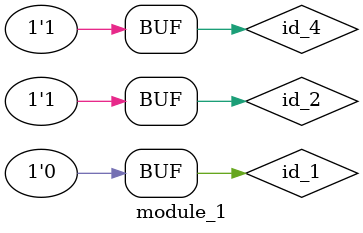
<source format=v>
module module_0 (
    id_1,
    id_2,
    id_3,
    id_4,
    id_5,
    id_6,
    id_7,
    id_8
);
  inout wire id_8;
  inout wire id_7;
  input wire id_6;
  output wire id_5;
  output wire id_4;
  input wire id_3;
  inout wire id_2;
  output wire id_1;
  assign id_4 = id_6;
  assign id_7 = -1;
  always
    if (id_8)
      if ("")
        if (id_7) id_8 = -1;
        else id_8 = id_7;
  wire id_9, id_10, id_11;
endmodule
module module_1;
  always begin : LABEL_0
    id_1 <= 1'h0;
    id_2 <= -1;
  end
  assign id_3 = id_3;
  assign id_4 = 1;
  wire id_5, id_6, id_7, id_8;
  module_0 modCall_1 (
      id_3,
      id_6,
      id_6,
      id_6,
      id_7,
      id_5,
      id_6,
      id_7
  );
endmodule

</source>
